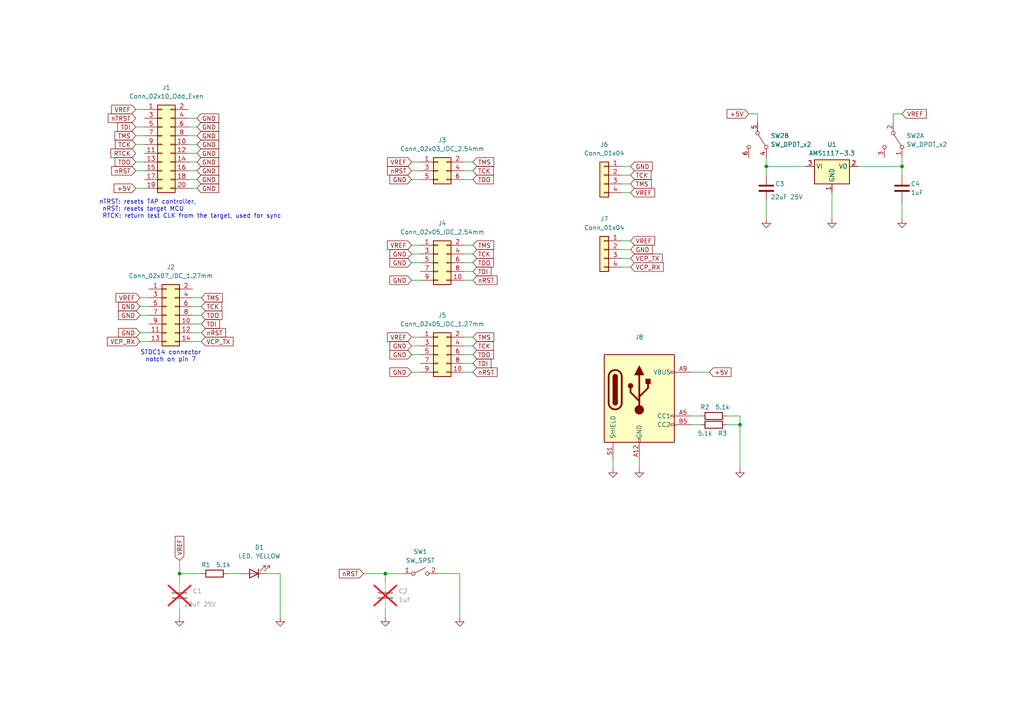
<source format=kicad_sch>
(kicad_sch (version 20231120) (generator "eeschema") (generator_version "8.0")
  (paper "A4")
  (title_block (date "2024-12-25"))
  (lib_symbols
    (symbol "Connector:USB_C_Receptacle_PowerOnly_6P" (pin_names (offset 1.016))
      (property "Reference" "J" (at 0 16.51 0))
      (property "Value" "USB_C_Receptacle_PowerOnly_6P" (at 0 13.97 0))
      (symbol "USB_C_Receptacle_PowerOnly_6P_0_0"
        (rectangle (start -0.254 -12.7) (end 0.254 -11.684))
        (rectangle (start 10.16 -7.366) (end 9.144 -7.874))
        (rectangle (start 10.16 -4.826) (end 9.144 -5.334))
        (rectangle (start 10.16 7.874) (end 9.144 7.366))
      )
      (symbol "USB_C_Receptacle_PowerOnly_6P_0_1"
        (rectangle (start -10.16 12.7) (end 10.16 -12.7) (stroke (width 0.254)) (fill (type background)))
        (arc (start -8.89 -1.27) (mid -6.985 -3.1667) (end -5.08 -1.27) (stroke (width 0.508)))
        (arc (start -7.62 -1.27) (mid -6.985 -1.9023) (end -6.35 -1.27) (stroke (width 0.254)))
        (arc (start -7.62 -1.27) (mid -6.985 -1.9023) (end -6.35 -1.27) (stroke (width 0.254)) (fill (type outline)))
        (rectangle (start -7.62 -1.27) (end -6.35 6.35) (stroke (width 0.254)) (fill (type outline)))
        (arc (start -6.35 6.35) (mid -6.985 6.9823) (end -7.62 6.35) (stroke (width 0.254)))
        (arc (start -6.35 6.35) (mid -6.985 6.9823) (end -7.62 6.35) (stroke (width 0.254)) (fill (type outline)))
        (arc (start -5.08 6.35) (mid -6.985 8.2467) (end -8.89 6.35) (stroke (width 0.508)))
        (circle (center -2.54 3.683) (radius 0.635) (stroke (width 0.254)) (fill (type outline)))
        (circle (center 0 -3.302) (radius 1.27) (fill (type outline)))
        (polyline (pts (xy -8.89 -1.27) (xy -8.89 6.35)) (stroke (width 0.508)))
        (polyline (pts (xy -5.08 6.35) (xy -5.08 -1.27)) (stroke (width 0.508)))
        (polyline (pts (xy 0 -3.302) (xy 0 6.858)) (stroke (width 0.508)))
        (polyline (pts (xy 0 -0.762) (xy -2.54 1.778) (xy -2.54 3.048)) (stroke (width 0.508)))
        (polyline (pts (xy 0 0.508) (xy 2.54 3.048) (xy 2.54 4.318)) (stroke (width 0.508)))
        (polyline (pts (xy -1.27 6.858) (xy 0 9.398) (xy 1.27 6.858) (xy -1.27 6.858)) (stroke (width 0.254)) (fill (type outline)))
        (rectangle (start 1.905 4.318) (end 3.175 5.588) (stroke (width 0.254)) (fill (type outline)))
      )
      (symbol "USB_C_Receptacle_PowerOnly_6P_1_1"
        (pin passive line (at 0 -17.78 90) (length 5.08) (name "GND") (number "A12"))
        (pin bidirectional line (at 15.24 -5.08 180) (length 5.08) (name "CC1") (number "A5"))
        (pin passive line (at 15.24 7.62 180) (length 5.08) (name "VBUS") (number "A9"))
        (pin passive line (at 0 -17.78 90) (length 5.08) hide (name "GND") (number "B12"))
        (pin bidirectional line (at 15.24 -7.62 180) (length 5.08) (name "CC2") (number "B5"))
        (pin passive line (at 15.24 7.62 180) (length 5.08) hide (name "VBUS") (number "B9"))
        (pin passive line (at -7.62 -17.78 90) (length 5.08) (name "SHIELD") (number "S1"))
      )
    )
    (symbol "Connector_Generic:Conn_01x04" (pin_names (offset 1.016) hide)
      (property "Reference" "J" (at 0 5.08 0))
      (property "Value" "Conn_01x04" (at 0 -7.62 0))
      (symbol "Conn_01x04_1_1"
        (rectangle (start -1.27 -4.953) (end 0 -5.207) (stroke (width 0.1524)))
        (rectangle (start -1.27 -2.413) (end 0 -2.667) (stroke (width 0.1524)))
        (rectangle (start -1.27 0.127) (end 0 -0.127) (stroke (width 0.1524)))
        (rectangle (start -1.27 2.667) (end 0 2.413) (stroke (width 0.1524)))
        (rectangle (start -1.27 3.81) (end 1.27 -6.35) (stroke (width 0.254)) (fill (type background)))
        (pin passive line (at -5.08 2.54 0) (length 3.81) (name "Pin_1") (number "1"))
        (pin passive line (at -5.08 0 0) (length 3.81) (name "Pin_2") (number "2"))
        (pin passive line (at -5.08 -2.54 0) (length 3.81) (name "Pin_3") (number "3"))
        (pin passive line (at -5.08 -5.08 0) (length 3.81) (name "Pin_4") (number "4"))
      )
    )
    (symbol "Connector_Generic:Conn_02x03_Odd_Even" (pin_names (offset 1.016) hide)
      (property "Reference" "J" (at 1.27 5.08 0))
      (property "Value" "Conn_02x03_Odd_Even" (at 1.27 -5.08 0))
      (symbol "Conn_02x03_Odd_Even_1_1"
        (rectangle (start -1.27 -2.413) (end 0 -2.667) (stroke (width 0.1524)))
        (rectangle (start -1.27 0.127) (end 0 -0.127) (stroke (width 0.1524)))
        (rectangle (start -1.27 2.667) (end 0 2.413) (stroke (width 0.1524)))
        (rectangle (start -1.27 3.81) (end 3.81 -3.81) (stroke (width 0.254)) (fill (type background)))
        (rectangle (start 3.81 -2.413) (end 2.54 -2.667) (stroke (width 0.1524)))
        (rectangle (start 3.81 0.127) (end 2.54 -0.127) (stroke (width 0.1524)))
        (rectangle (start 3.81 2.667) (end 2.54 2.413) (stroke (width 0.1524)))
        (pin passive line (at -5.08 2.54 0) (length 3.81) (name "Pin_1") (number "1"))
        (pin passive line (at 7.62 2.54 180) (length 3.81) (name "Pin_2") (number "2"))
        (pin passive line (at -5.08 0 0) (length 3.81) (name "Pin_3") (number "3"))
        (pin passive line (at 7.62 0 180) (length 3.81) (name "Pin_4") (number "4"))
        (pin passive line (at -5.08 -2.54 0) (length 3.81) (name "Pin_5") (number "5"))
        (pin passive line (at 7.62 -2.54 180) (length 3.81) (name "Pin_6") (number "6"))
      )
    )
    (symbol "Connector_Generic:Conn_02x05_Odd_Even" (pin_names (offset 1.016) hide)
      (property "Reference" "J" (at 1.27 7.62 0))
      (property "Value" "Conn_02x05_Odd_Even" (at 1.27 -7.62 0))
      (symbol "Conn_02x05_Odd_Even_1_1"
        (rectangle (start -1.27 -4.953) (end 0 -5.207) (stroke (width 0.1524)))
        (rectangle (start -1.27 -2.413) (end 0 -2.667) (stroke (width 0.1524)))
        (rectangle (start -1.27 0.127) (end 0 -0.127) (stroke (width 0.1524)))
        (rectangle (start -1.27 2.667) (end 0 2.413) (stroke (width 0.1524)))
        (rectangle (start -1.27 5.207) (end 0 4.953) (stroke (width 0.1524)))
        (rectangle (start -1.27 6.35) (end 3.81 -6.35) (stroke (width 0.254)) (fill (type background)))
        (rectangle (start 3.81 -4.953) (end 2.54 -5.207) (stroke (width 0.1524)))
        (rectangle (start 3.81 -2.413) (end 2.54 -2.667) (stroke (width 0.1524)))
        (rectangle (start 3.81 0.127) (end 2.54 -0.127) (stroke (width 0.1524)))
        (rectangle (start 3.81 2.667) (end 2.54 2.413) (stroke (width 0.1524)))
        (rectangle (start 3.81 5.207) (end 2.54 4.953) (stroke (width 0.1524)))
        (pin passive line (at -5.08 5.08 0) (length 3.81) (name "Pin_1") (number "1"))
        (pin passive line (at 7.62 -5.08 180) (length 3.81) (name "Pin_10") (number "10"))
        (pin passive line (at 7.62 5.08 180) (length 3.81) (name "Pin_2") (number "2"))
        (pin passive line (at -5.08 2.54 0) (length 3.81) (name "Pin_3") (number "3"))
        (pin passive line (at 7.62 2.54 180) (length 3.81) (name "Pin_4") (number "4"))
        (pin passive line (at -5.08 0 0) (length 3.81) (name "Pin_5") (number "5"))
        (pin passive line (at 7.62 0 180) (length 3.81) (name "Pin_6") (number "6"))
        (pin passive line (at -5.08 -2.54 0) (length 3.81) (name "Pin_7") (number "7"))
        (pin passive line (at 7.62 -2.54 180) (length 3.81) (name "Pin_8") (number "8"))
        (pin passive line (at -5.08 -5.08 0) (length 3.81) (name "Pin_9") (number "9"))
      )
    )
    (symbol "Connector_Generic:Conn_02x07_Odd_Even" (pin_names (offset 1.016) hide)
      (property "Reference" "J" (at 1.27 10.16 0))
      (property "Value" "Conn_02x07_Odd_Even" (at 1.27 -10.16 0))
      (symbol "Conn_02x07_Odd_Even_1_1"
        (rectangle (start -1.27 -7.493) (end 0 -7.747) (stroke (width 0.1524)))
        (rectangle (start -1.27 -4.953) (end 0 -5.207) (stroke (width 0.1524)))
        (rectangle (start -1.27 -2.413) (end 0 -2.667) (stroke (width 0.1524)))
        (rectangle (start -1.27 0.127) (end 0 -0.127) (stroke (width 0.1524)))
        (rectangle (start -1.27 2.667) (end 0 2.413) (stroke (width 0.1524)))
        (rectangle (start -1.27 5.207) (end 0 4.953) (stroke (width 0.1524)))
        (rectangle (start -1.27 7.747) (end 0 7.493) (stroke (width 0.1524)))
        (rectangle (start -1.27 8.89) (end 3.81 -8.89) (stroke (width 0.254)) (fill (type background)))
        (rectangle (start 3.81 -7.493) (end 2.54 -7.747) (stroke (width 0.1524)))
        (rectangle (start 3.81 -4.953) (end 2.54 -5.207) (stroke (width 0.1524)))
        (rectangle (start 3.81 -2.413) (end 2.54 -2.667) (stroke (width 0.1524)))
        (rectangle (start 3.81 0.127) (end 2.54 -0.127) (stroke (width 0.1524)))
        (rectangle (start 3.81 2.667) (end 2.54 2.413) (stroke (width 0.1524)))
        (rectangle (start 3.81 5.207) (end 2.54 4.953) (stroke (width 0.1524)))
        (rectangle (start 3.81 7.747) (end 2.54 7.493) (stroke (width 0.1524)))
        (pin passive line (at -5.08 7.62 0) (length 3.81) (name "Pin_1") (number "1"))
        (pin passive line (at 7.62 -2.54 180) (length 3.81) (name "Pin_10") (number "10"))
        (pin passive line (at -5.08 -5.08 0) (length 3.81) (name "Pin_11") (number "11"))
        (pin passive line (at 7.62 -5.08 180) (length 3.81) (name "Pin_12") (number "12"))
        (pin passive line (at -5.08 -7.62 0) (length 3.81) (name "Pin_13") (number "13"))
        (pin passive line (at 7.62 -7.62 180) (length 3.81) (name "Pin_14") (number "14"))
        (pin passive line (at 7.62 7.62 180) (length 3.81) (name "Pin_2") (number "2"))
        (pin passive line (at -5.08 5.08 0) (length 3.81) (name "Pin_3") (number "3"))
        (pin passive line (at 7.62 5.08 180) (length 3.81) (name "Pin_4") (number "4"))
        (pin passive line (at -5.08 2.54 0) (length 3.81) (name "Pin_5") (number "5"))
        (pin passive line (at 7.62 2.54 180) (length 3.81) (name "Pin_6") (number "6"))
        (pin passive line (at -5.08 0 0) (length 3.81) (name "Pin_7") (number "7"))
        (pin passive line (at 7.62 0 180) (length 3.81) (name "Pin_8") (number "8"))
        (pin passive line (at -5.08 -2.54 0) (length 3.81) (name "Pin_9") (number "9"))
      )
    )
    (symbol "Connector_Generic:Conn_02x10_Odd_Even" (pin_names (offset 1.016) hide)
      (property "Reference" "J" (at 1.27 12.7 0))
      (property "Value" "Conn_02x10_Odd_Even" (at 1.27 -15.24 0))
      (symbol "Conn_02x10_Odd_Even_1_1"
        (rectangle (start -1.27 -12.573) (end 0 -12.827) (stroke (width 0.1524)))
        (rectangle (start -1.27 -10.033) (end 0 -10.287) (stroke (width 0.1524)))
        (rectangle (start -1.27 -7.493) (end 0 -7.747) (stroke (width 0.1524)))
        (rectangle (start -1.27 -4.953) (end 0 -5.207) (stroke (width 0.1524)))
        (rectangle (start -1.27 -2.413) (end 0 -2.667) (stroke (width 0.1524)))
        (rectangle (start -1.27 0.127) (end 0 -0.127) (stroke (width 0.1524)))
        (rectangle (start -1.27 2.667) (end 0 2.413) (stroke (width 0.1524)))
        (rectangle (start -1.27 5.207) (end 0 4.953) (stroke (width 0.1524)))
        (rectangle (start -1.27 7.747) (end 0 7.493) (stroke (width 0.1524)))
        (rectangle (start -1.27 10.287) (end 0 10.033) (stroke (width 0.1524)))
        (rectangle (start -1.27 11.43) (end 3.81 -13.97) (stroke (width 0.254)) (fill (type background)))
        (rectangle (start 3.81 -12.573) (end 2.54 -12.827) (stroke (width 0.1524)))
        (rectangle (start 3.81 -10.033) (end 2.54 -10.287) (stroke (width 0.1524)))
        (rectangle (start 3.81 -7.493) (end 2.54 -7.747) (stroke (width 0.1524)))
        (rectangle (start 3.81 -4.953) (end 2.54 -5.207) (stroke (width 0.1524)))
        (rectangle (start 3.81 -2.413) (end 2.54 -2.667) (stroke (width 0.1524)))
        (rectangle (start 3.81 0.127) (end 2.54 -0.127) (stroke (width 0.1524)))
        (rectangle (start 3.81 2.667) (end 2.54 2.413) (stroke (width 0.1524)))
        (rectangle (start 3.81 5.207) (end 2.54 4.953) (stroke (width 0.1524)))
        (rectangle (start 3.81 7.747) (end 2.54 7.493) (stroke (width 0.1524)))
        (rectangle (start 3.81 10.287) (end 2.54 10.033) (stroke (width 0.1524)))
        (pin passive line (at -5.08 10.16 0) (length 3.81) (name "Pin_1") (number "1"))
        (pin passive line (at 7.62 0 180) (length 3.81) (name "Pin_10") (number "10"))
        (pin passive line (at -5.08 -2.54 0) (length 3.81) (name "Pin_11") (number "11"))
        (pin passive line (at 7.62 -2.54 180) (length 3.81) (name "Pin_12") (number "12"))
        (pin passive line (at -5.08 -5.08 0) (length 3.81) (name "Pin_13") (number "13"))
        (pin passive line (at 7.62 -5.08 180) (length 3.81) (name "Pin_14") (number "14"))
        (pin passive line (at -5.08 -7.62 0) (length 3.81) (name "Pin_15") (number "15"))
        (pin passive line (at 7.62 -7.62 180) (length 3.81) (name "Pin_16") (number "16"))
        (pin passive line (at -5.08 -10.16 0) (length 3.81) (name "Pin_17") (number "17"))
        (pin passive line (at 7.62 -10.16 180) (length 3.81) (name "Pin_18") (number "18"))
        (pin passive line (at -5.08 -12.7 0) (length 3.81) (name "Pin_19") (number "19"))
        (pin passive line (at 7.62 10.16 180) (length 3.81) (name "Pin_2") (number "2"))
        (pin passive line (at 7.62 -12.7 180) (length 3.81) (name "Pin_20") (number "20"))
        (pin passive line (at -5.08 7.62 0) (length 3.81) (name "Pin_3") (number "3"))
        (pin passive line (at 7.62 7.62 180) (length 3.81) (name "Pin_4") (number "4"))
        (pin passive line (at -5.08 5.08 0) (length 3.81) (name "Pin_5") (number "5"))
        (pin passive line (at 7.62 5.08 180) (length 3.81) (name "Pin_6") (number "6"))
        (pin passive line (at -5.08 2.54 0) (length 3.81) (name "Pin_7") (number "7"))
        (pin passive line (at 7.62 2.54 180) (length 3.81) (name "Pin_8") (number "8"))
        (pin passive line (at -5.08 0 0) (length 3.81) (name "Pin_9") (number "9"))
      )
    )
    (symbol "Device:C" (pin_numbers hide) (pin_names (offset 0.254))
      (property "Reference" "C" (at 0.635 2.54 0))
      (property "Value" "C" (at 0.635 -2.54 0))
      (symbol "C_0_1"
        (polyline (pts (xy -2.032 -0.762) (xy 2.032 -0.762)) (stroke (width 0.508)))
        (polyline (pts (xy -2.032 0.762) (xy 2.032 0.762)) (stroke (width 0.508)))
      )
      (symbol "C_1_1"
        (pin passive line (at 0 3.81 270) (length 2.794) (name "~") (number "1"))
        (pin passive line (at 0 -3.81 90) (length 2.794) (name "~") (number "2"))
      )
    )
    (symbol "Device:LED" (pin_numbers hide) (pin_names (offset 1.016) hide)
      (property "Reference" "D" (at 0 2.54 0))
      (property "Value" "LED" (at 0 -2.54 0))
      (symbol "LED_0_1"
        (polyline (pts (xy -1.27 -1.27) (xy -1.27 1.27)) (stroke (width 0.254)))
        (polyline (pts (xy -1.27 0) (xy 1.27 0)))
        (polyline (pts (xy 1.27 -1.27) (xy 1.27 1.27) (xy -1.27 0) (xy 1.27 -1.27)) (stroke (width 0.254)))
        (polyline (pts (xy -3.048 -0.762) (xy -4.572 -2.286) (xy -3.81 -2.286) (xy -4.572 -2.286) (xy -4.572 -1.524)))
        (polyline (pts (xy -1.778 -0.762) (xy -3.302 -2.286) (xy -2.54 -2.286) (xy -3.302 -2.286) (xy -3.302 -1.524)))
      )
      (symbol "LED_1_1"
        (pin passive line (at -3.81 0 0) (length 2.54) (name "K") (number "1"))
        (pin passive line (at 3.81 0 180) (length 2.54) (name "A") (number "2"))
      )
    )
    (symbol "Device:R" (pin_numbers hide) (pin_names (offset 0))
      (property "Reference" "R" (at 2.032 0 90))
      (property "Value" "R" (at 0 0 90))
      (symbol "R_0_1"
        (rectangle (start -1.016 -2.54) (end 1.016 2.54) (stroke (width 0.254)))
      )
      (symbol "R_1_1"
        (pin passive line (at 0 3.81 270) (length 1.27) (name "~") (number "1"))
        (pin passive line (at 0 -3.81 90) (length 1.27) (name "~") (number "2"))
      )
    )
    (symbol "Regulator_Linear:AMS1117-3.3"
      (property "Reference" "U" (at -3.81 3.175 0))
      (property "Value" "AMS1117-3.3" (at 0 3.175 0))
      (symbol "AMS1117-3.3_0_1"
        (rectangle (start -5.08 -5.08) (end 5.08 1.905) (stroke (width 0.254)) (fill (type background)))
      )
      (symbol "AMS1117-3.3_1_1"
        (pin power_in line (at 0 -7.62 90) (length 2.54) (name "GND") (number "1"))
        (pin power_out line (at 7.62 0 180) (length 2.54) (name "VO") (number "2"))
        (pin power_in line (at -7.62 0 0) (length 2.54) (name "VI") (number "3"))
      )
    )
    (symbol "Switch:SW_DPDT_x2" (pin_names (offset 0) hide)
      (property "Reference" "SW" (at 0 4.318 0))
      (property "Value" "SW_DPDT_x2" (at 0 -5.08 0))
      (symbol "SW_DPDT_x2_0_0"
        (circle (center -2.032 0) (radius 0.508))
        (circle (center 2.032 -2.54) (radius 0.508))
      )
      (symbol "SW_DPDT_x2_0_1"
        (polyline (pts (xy -1.524 0.254) (xy 1.651 2.286)))
        (circle (center 2.032 2.54) (radius 0.508))
      )
      (symbol "SW_DPDT_x2_1_1"
        (pin passive line (at 5.08 2.54 180) (length 2.54) (name "A") (number "1"))
        (pin passive line (at -5.08 0 0) (length 2.54) (name "B") (number "2"))
        (pin passive line (at 5.08 -2.54 180) (length 2.54) (name "C") (number "3"))
      )
      (symbol "SW_DPDT_x2_2_1"
        (pin passive line (at 5.08 2.54 180) (length 2.54) (name "A") (number "4"))
        (pin passive line (at -5.08 0 0) (length 2.54) (name "B") (number "5"))
        (pin passive line (at 5.08 -2.54 180) (length 2.54) (name "C") (number "6"))
      )
    )
    (symbol "Switch:SW_SPST" (pin_names (offset 0) hide)
      (property "Reference" "SW" (at 0 3.175 0))
      (property "Value" "SW_SPST" (at 0 -2.54 0))
      (symbol "SW_SPST_0_0"
        (circle (center -2.032 0) (radius 0.508))
        (polyline (pts (xy -1.524 0.254) (xy 1.524 1.778)))
        (circle (center 2.032 0) (radius 0.508))
      )
      (symbol "SW_SPST_1_1"
        (pin passive line (at -5.08 0 0) (length 2.54) (name "A") (number "1"))
        (pin passive line (at 5.08 0 180) (length 2.54) (name "B") (number "2"))
      )
    )
    (symbol "power:GND" (power) (pin_names (offset 0))
      (property "Value" "GND" (at 0 -3.81 0))
      (symbol "GND_0_1"
        (polyline (pts (xy 0 0) (xy 0 -1.27) (xy 1.27 -1.27) (xy 0 -2.54) (xy -1.27 -1.27) (xy 0 -1.27)))
      )
      (symbol "GND_1_1"
        (pin power_in line (at 0 0 270) (length 0) hide (name "GND") (number "1"))
      )
    )
  )
  (junction (at 261.62 48.26))
  (junction (at 214.63 123.19))
  (junction (at 52.07 166.37))
  (junction (at 111.76 166.37))
  (junction (at 222.25 48.26))
  (wire (pts (xy 137.16 49.53) (xy 134.62 49.53)))
  (wire (pts (xy 203.2 120.65) (xy 200.66 120.65)))
  (wire (pts (xy 39.37 49.53) (xy 41.91 49.53)))
  (wire (pts (xy 137.16 76.2) (xy 134.62 76.2)))
  (wire (pts (xy 222.25 48.26) (xy 222.25 45.72)))
  (wire (pts (xy 217.17 33.02) (xy 219.71 33.02)))
  (wire (pts (xy 119.38 107.95) (xy 121.92 107.95)))
  (wire (pts (xy 261.62 33.02) (xy 259.08 33.02)))
  (wire (pts (xy 77.47 166.37) (xy 81.28 166.37)))
  (wire (pts (xy 261.62 58.42) (xy 261.62 63.5)))
  (wire (pts (xy 182.88 53.34) (xy 180.34 53.34)))
  (wire (pts (xy 137.16 105.41) (xy 134.62 105.41)))
  (wire (pts (xy 52.07 162.56) (xy 52.07 166.37)))
  (wire (pts (xy 81.28 166.37) (xy 81.28 179.07)))
  (wire (pts (xy 182.88 72.39) (xy 180.34 72.39)))
  (wire (pts (xy 182.88 74.93) (xy 180.34 74.93)))
  (wire (pts (xy 261.62 48.26) (xy 261.62 45.72)))
  (wire (pts (xy 259.08 33.02) (xy 259.08 35.56)))
  (wire (pts (xy 137.16 73.66) (xy 134.62 73.66)))
  (wire (pts (xy 39.37 36.83) (xy 41.91 36.83)))
  (wire (pts (xy 137.16 81.28) (xy 134.62 81.28)))
  (wire (pts (xy 40.64 88.9) (xy 43.18 88.9)))
  (wire (pts (xy 137.16 78.74) (xy 134.62 78.74)))
  (wire (pts (xy 219.71 33.02) (xy 219.71 35.56)))
  (wire (pts (xy 111.76 176.53) (xy 111.76 179.07)))
  (wire (pts (xy 119.38 81.28) (xy 121.92 81.28)))
  (wire (pts (xy 57.15 54.61) (xy 54.61 54.61)))
  (wire (pts (xy 52.07 166.37) (xy 52.07 168.91)))
  (wire (pts (xy 39.37 39.37) (xy 41.91 39.37)))
  (wire (pts (xy 66.04 166.37) (xy 69.85 166.37)))
  (wire (pts (xy 214.63 123.19) (xy 214.63 135.89)))
  (wire (pts (xy 119.38 76.2) (xy 121.92 76.2)))
  (wire (pts (xy 133.35 166.37) (xy 133.35 179.07)))
  (wire (pts (xy 119.38 102.87) (xy 121.92 102.87)))
  (wire (pts (xy 137.16 100.33) (xy 134.62 100.33)))
  (wire (pts (xy 119.38 100.33) (xy 121.92 100.33)))
  (wire (pts (xy 182.88 55.88) (xy 180.34 55.88)))
  (wire (pts (xy 57.15 41.91) (xy 54.61 41.91)))
  (wire (pts (xy 203.2 123.19) (xy 200.66 123.19)))
  (wire (pts (xy 58.42 96.52) (xy 55.88 96.52)))
  (wire (pts (xy 111.76 166.37) (xy 116.84 166.37)))
  (wire (pts (xy 40.64 99.06) (xy 43.18 99.06)))
  (wire (pts (xy 119.38 97.79) (xy 121.92 97.79)))
  (wire (pts (xy 39.37 31.75) (xy 41.91 31.75)))
  (wire (pts (xy 261.62 48.26) (xy 261.62 50.8)))
  (wire (pts (xy 57.15 46.99) (xy 54.61 46.99)))
  (wire (pts (xy 40.64 86.36) (xy 43.18 86.36)))
  (wire (pts (xy 39.37 46.99) (xy 41.91 46.99)))
  (wire (pts (xy 137.16 97.79) (xy 134.62 97.79)))
  (wire (pts (xy 177.8 135.89) (xy 177.8 133.35)))
  (wire (pts (xy 182.88 50.8) (xy 180.34 50.8)))
  (wire (pts (xy 119.38 52.07) (xy 121.92 52.07)))
  (wire (pts (xy 52.07 176.53) (xy 52.07 179.07)))
  (wire (pts (xy 52.07 166.37) (xy 58.42 166.37)))
  (wire (pts (xy 111.76 166.37) (xy 111.76 168.91)))
  (wire (pts (xy 222.25 58.42) (xy 222.25 63.5)))
  (wire (pts (xy 57.15 39.37) (xy 54.61 39.37)))
  (wire (pts (xy 137.16 46.99) (xy 134.62 46.99)))
  (wire (pts (xy 39.37 54.61) (xy 41.91 54.61)))
  (wire (pts (xy 137.16 102.87) (xy 134.62 102.87)))
  (wire (pts (xy 182.88 77.47) (xy 180.34 77.47)))
  (wire (pts (xy 57.15 49.53) (xy 54.61 49.53)))
  (wire (pts (xy 214.63 120.65) (xy 214.63 123.19)))
  (wire (pts (xy 182.88 48.26) (xy 180.34 48.26)))
  (wire (pts (xy 210.82 123.19) (xy 214.63 123.19)))
  (wire (pts (xy 57.15 36.83) (xy 54.61 36.83)))
  (wire (pts (xy 119.38 73.66) (xy 121.92 73.66)))
  (wire (pts (xy 119.38 49.53) (xy 121.92 49.53)))
  (wire (pts (xy 137.16 71.12) (xy 134.62 71.12)))
  (wire (pts (xy 40.64 91.44) (xy 43.18 91.44)))
  (wire (pts (xy 222.25 48.26) (xy 233.68 48.26)))
  (wire (pts (xy 185.42 135.89) (xy 185.42 133.35)))
  (wire (pts (xy 205.74 107.95) (xy 200.66 107.95)))
  (wire (pts (xy 58.42 99.06) (xy 55.88 99.06)))
  (wire (pts (xy 58.42 93.98) (xy 55.88 93.98)))
  (wire (pts (xy 58.42 86.36) (xy 55.88 86.36)))
  (wire (pts (xy 119.38 46.99) (xy 121.92 46.99)))
  (wire (pts (xy 222.25 48.26) (xy 222.25 50.8)))
  (wire (pts (xy 127 166.37) (xy 133.35 166.37)))
  (wire (pts (xy 210.82 120.65) (xy 214.63 120.65)))
  (wire (pts (xy 241.3 55.88) (xy 241.3 63.5)))
  (wire (pts (xy 248.92 48.26) (xy 261.62 48.26)))
  (wire (pts (xy 119.38 71.12) (xy 121.92 71.12)))
  (wire (pts (xy 57.15 34.29) (xy 54.61 34.29)))
  (wire (pts (xy 137.16 52.07) (xy 134.62 52.07)))
  (wire (pts (xy 182.88 69.85) (xy 180.34 69.85)))
  (wire (pts (xy 58.42 88.9) (xy 55.88 88.9)))
  (wire (pts (xy 105.41 166.37) (xy 111.76 166.37)))
  (wire (pts (xy 40.64 96.52) (xy 43.18 96.52)))
  (wire (pts (xy 57.15 44.45) (xy 54.61 44.45)))
  (wire (pts (xy 137.16 107.95) (xy 134.62 107.95)))
  (wire (pts (xy 58.42 91.44) (xy 55.88 91.44)))
  (wire (pts (xy 57.15 52.07) (xy 54.61 52.07)))
  (wire (pts (xy 39.37 41.91) (xy 41.91 41.91)))
  (text "nTRST: resets TAP controller,\n nRST: resets target MCU\n RTCK: return test CLK from the target, used for sync" (at 28.702 60.706 0) (effects (font (size 1.27 1.27)) (justify left)))
  (text "STDC14 connector\nnotch on pin 7" (at 49.53 101.6 0) (effects (font (size 1.27 1.27)) (justify top)))
  (global_label "TCK" (shape input) (at 137.16 73.66 0) (property "Intersheetrefs" "${INTERSHEET_REFS}" (effects (hide yes))))
  (global_label "GND" (shape input) (at 57.15 54.61 0) (property "Intersheetrefs" "${INTERSHEET_REFS}" (effects (hide yes))))
  (global_label "GND" (shape input) (at 57.15 41.91 0) (property "Intersheetrefs" "${INTERSHEET_REFS}" (effects (hide yes))))
  (global_label "TCK" (shape input) (at 58.42 88.9 0) (property "Intersheetrefs" "${INTERSHEET_REFS}" (effects (hide yes))))
  (global_label "nRST" (shape input) (at 105.41 166.37 180) (property "Intersheetrefs" "${INTERSHEET_REFS}" (effects (hide yes))))
  (global_label "TDI" (shape input) (at 137.16 78.74 0) (property "Intersheetrefs" "${INTERSHEET_REFS}" (effects (hide yes))))
  (global_label "TMS" (shape input) (at 137.16 97.79 0) (property "Intersheetrefs" "${INTERSHEET_REFS}" (effects (hide yes))))
  (global_label "+5V" (shape input) (at 217.17 33.02 180) (property "Intersheetrefs" "${INTERSHEET_REFS}" (effects (hide yes))))
  (global_label "TCK" (shape input) (at 182.88 50.8 0) (property "Intersheetrefs" "${INTERSHEET_REFS}" (effects (hide yes))))
  (global_label "GND" (shape input) (at 119.38 81.28 180) (property "Intersheetrefs" "${INTERSHEET_REFS}" (effects (hide yes))))
  (global_label "TDO" (shape input) (at 137.16 102.87 0) (property "Intersheetrefs" "${INTERSHEET_REFS}" (effects (hide yes))))
  (global_label "nRST" (shape input) (at 119.38 49.53 180) (property "Intersheetrefs" "${INTERSHEET_REFS}" (effects (hide yes))))
  (global_label "TDO" (shape input) (at 137.16 52.07 0) (property "Intersheetrefs" "${INTERSHEET_REFS}" (effects (hide yes))))
  (global_label "nRST" (shape input) (at 39.37 49.53 180) (property "Intersheetrefs" "${INTERSHEET_REFS}" (effects (hide yes))))
  (global_label "GND" (shape input) (at 40.64 88.9 180) (property "Intersheetrefs" "${INTERSHEET_REFS}" (effects (hide yes))))
  (global_label "TCK" (shape input) (at 39.37 41.91 180) (property "Intersheetrefs" "${INTERSHEET_REFS}" (effects (hide yes))))
  (global_label "nRST" (shape input) (at 137.16 107.95 0) (property "Intersheetrefs" "${INTERSHEET_REFS}" (effects (hide yes))))
  (global_label "+5V" (shape input) (at 205.74 107.95 0) (property "Intersheetrefs" "${INTERSHEET_REFS}" (effects (hide yes))))
  (global_label "VREF" (shape input) (at 39.37 31.75 180) (property "Intersheetrefs" "${INTERSHEET_REFS}" (effects (hide yes))))
  (global_label "TMS" (shape input) (at 39.37 39.37 180) (property "Intersheetrefs" "${INTERSHEET_REFS}" (effects (hide yes))))
  (global_label "TDI" (shape input) (at 137.16 105.41 0) (property "Intersheetrefs" "${INTERSHEET_REFS}" (effects (hide yes))))
  (global_label "GND" (shape input) (at 119.38 102.87 180) (property "Intersheetrefs" "${INTERSHEET_REFS}" (effects (hide yes))))
  (global_label "TCK" (shape input) (at 137.16 49.53 0) (property "Intersheetrefs" "${INTERSHEET_REFS}" (effects (hide yes))))
  (global_label "GND" (shape input) (at 57.15 49.53 0) (property "Intersheetrefs" "${INTERSHEET_REFS}" (effects (hide yes))))
  (global_label "TMS" (shape input) (at 137.16 71.12 0) (property "Intersheetrefs" "${INTERSHEET_REFS}" (effects (hide yes))))
  (global_label "VREF" (shape input) (at 182.88 55.88 0) (property "Intersheetrefs" "${INTERSHEET_REFS}" (effects (hide yes))))
  (global_label "GND" (shape input) (at 40.64 96.52 180) (property "Intersheetrefs" "${INTERSHEET_REFS}" (effects (hide yes))))
  (global_label "GND" (shape input) (at 57.15 44.45 0) (property "Intersheetrefs" "${INTERSHEET_REFS}" (effects (hide yes))))
  (global_label "GND" (shape input) (at 57.15 46.99 0) (property "Intersheetrefs" "${INTERSHEET_REFS}" (effects (hide yes))))
  (global_label "GND" (shape input) (at 119.38 76.2 180) (property "Intersheetrefs" "${INTERSHEET_REFS}" (effects (hide yes))))
  (global_label "VREF" (shape input) (at 119.38 71.12 180) (property "Intersheetrefs" "${INTERSHEET_REFS}" (effects (hide yes))))
  (global_label "GND" (shape input) (at 40.64 91.44 180) (property "Intersheetrefs" "${INTERSHEET_REFS}" (effects (hide yes))))
  (global_label "VREF" (shape input) (at 40.64 86.36 180) (property "Intersheetrefs" "${INTERSHEET_REFS}" (effects (hide yes))))
  (global_label "VREF" (shape input) (at 119.38 97.79 180) (property "Intersheetrefs" "${INTERSHEET_REFS}" (effects (hide yes))))
  (global_label "nRST" (shape input) (at 58.42 96.52 0) (property "Intersheetrefs" "${INTERSHEET_REFS}" (effects (hide yes))))
  (global_label "GND" (shape input) (at 119.38 52.07 180) (property "Intersheetrefs" "${INTERSHEET_REFS}" (effects (hide yes))))
  (global_label "TMS" (shape input) (at 58.42 86.36 0) (property "Intersheetrefs" "${INTERSHEET_REFS}" (effects (hide yes))))
  (global_label "GND" (shape input) (at 57.15 34.29 0) (property "Intersheetrefs" "${INTERSHEET_REFS}" (effects (hide yes))))
  (global_label "TDO" (shape input) (at 137.16 76.2 0) (property "Intersheetrefs" "${INTERSHEET_REFS}" (effects (hide yes))))
  (global_label "VREF" (shape input) (at 182.88 69.85 0) (property "Intersheetrefs" "${INTERSHEET_REFS}" (effects (hide yes))))
  (global_label "TMS" (shape input) (at 137.16 46.99 0) (property "Intersheetrefs" "${INTERSHEET_REFS}" (effects (hide yes))))
  (global_label "GND" (shape input) (at 57.15 36.83 0) (property "Intersheetrefs" "${INTERSHEET_REFS}" (effects (hide yes))))
  (global_label "GND" (shape input) (at 57.15 39.37 0) (property "Intersheetrefs" "${INTERSHEET_REFS}" (effects (hide yes))))
  (global_label "GND" (shape input) (at 57.15 52.07 0) (property "Intersheetrefs" "${INTERSHEET_REFS}" (effects (hide yes))))
  (global_label "TMS" (shape input) (at 182.88 53.34 0) (property "Intersheetrefs" "${INTERSHEET_REFS}" (effects (hide yes))))
  (global_label "nRST" (shape input) (at 137.16 81.28 0) (property "Intersheetrefs" "${INTERSHEET_REFS}" (effects (hide yes))))
  (global_label "RTCK" (shape input) (at 39.37 44.45 180) (property "Intersheetrefs" "${INTERSHEET_REFS}" (effects (hide yes))))
  (global_label "nTRST" (shape input) (at 39.37 34.29 180) (property "Intersheetrefs" "${INTERSHEET_REFS}" (effects (hide yes))))
  (global_label "VCP_RX" (shape input) (at 40.64 99.06 180) (property "Intersheetrefs" "${INTERSHEET_REFS}" (effects (hide yes))))
  (global_label "TDI" (shape input) (at 39.37 36.83 180) (property "Intersheetrefs" "${INTERSHEET_REFS}" (effects (hide yes))))
  (global_label "TDO" (shape input) (at 58.42 91.44 0) (property "Intersheetrefs" "${INTERSHEET_REFS}" (effects (hide yes))))
  (global_label "VREF" (shape input) (at 52.07 162.56 90) (property "Intersheetrefs" "${INTERSHEET_REFS}" (effects (hide yes))))
  (global_label "GND" (shape input) (at 182.88 72.39 0) (property "Intersheetrefs" "${INTERSHEET_REFS}" (effects (hide yes))))
  (global_label "GND" (shape input) (at 182.88 48.26 0) (property "Intersheetrefs" "${INTERSHEET_REFS}" (effects (hide yes))))
  (global_label "VCP_TX" (shape input) (at 182.88 74.93 0) (property "Intersheetrefs" "${INTERSHEET_REFS}" (effects (hide yes))))
  (global_label "TDO" (shape input) (at 39.37 46.99 180) (property "Intersheetrefs" "${INTERSHEET_REFS}" (effects (hide yes))))
  (global_label "TDI" (shape input) (at 58.42 93.98 0) (property "Intersheetrefs" "${INTERSHEET_REFS}" (effects (hide yes))))
  (global_label "VCP_TX" (shape input) (at 58.42 99.06 0) (property "Intersheetrefs" "${INTERSHEET_REFS}" (effects (hide yes))))
  (global_label "VREF" (shape input) (at 119.38 46.99 180) (property "Intersheetrefs" "${INTERSHEET_REFS}" (effects (hide yes))))
  (global_label "VCP_RX" (shape input) (at 182.88 77.47 0) (property "Intersheetrefs" "${INTERSHEET_REFS}" (effects (hide yes))))
  (global_label "TCK" (shape input) (at 137.16 100.33 0) (property "Intersheetrefs" "${INTERSHEET_REFS}" (effects (hide yes))))
  (global_label "VREF" (shape input) (at 261.62 33.02 0) (property "Intersheetrefs" "${INTERSHEET_REFS}" (effects (hide yes))))
  (global_label "GND" (shape input) (at 119.38 100.33 180) (property "Intersheetrefs" "${INTERSHEET_REFS}" (effects (hide yes))))
  (global_label "+5V" (shape input) (at 39.37 54.61 180) (property "Intersheetrefs" "${INTERSHEET_REFS}" (effects (hide yes))))
  (global_label "GND" (shape input) (at 119.38 107.95 180) (property "Intersheetrefs" "${INTERSHEET_REFS}" (effects (hide yes))))
  (global_label "GND" (shape input) (at 119.38 73.66 180) (property "Intersheetrefs" "${INTERSHEET_REFS}" (effects (hide yes))))
  (symbol (lib_id "Device:LED") (at 73.66 166.37 180) (unit 1)
    (property "Reference" "D1" (at 75.2475 158.75 0))
    (property "Value" "LED, YELLOW" (at 75.2475 161.29 0))
    (property "Footprint" "LED_SMD:LED_0603_1608Metric" (effects (hide yes)))
    (property "LCSC" "C72038" (effects (hide yes)))
  )
  (symbol (lib_id "Device:C") (at 52.07 172.72 0) (unit 1) (dnp yes)
    (property "Reference" "C1" (at 55.88 171.45 0) (effects (justify left)))
    (property "Value" "22uF 25V" (at 53.34 175.26 0) (effects (justify left)))
    (property "Footprint" "Capacitor_SMD:C_0805_2012Metric" (effects (hide yes)))
    (property "LCSC" "C45783" (effects (hide yes)))
  )
  (symbol (lib_id "power:GND") (at 241.3 63.5 0) (unit 1)
    (property "Reference" "#PWR08" (effects (hide yes)))
    (property "Value" "GND" (effects (hide yes)))
  )
  (symbol (lib_id "Connector_Generic:Conn_02x10_Odd_Even") (at 46.99 41.91 0) (unit 1)
    (property "Reference" "J1" (at 48.26 25.4 0))
    (property "Value" "Conn_02x10_Odd_Even" (at 48.26 27.94 0))
    (property "Footprint" "kihun-Connectors:2X10-2.54MM-END-LAUNCH" (effects (hide yes)))
    (property "Description" "IDC DIP header, female, 2x10, 2.54mm" (effects (hide yes)))
    (property "Link-DigiKey" "https://www.digikey.com/short/573p2p8c" (effects (hide yes)))
    (property "Link-Mouser" "https://mou.sr/3DpPb6H" (effects (hide yes)))
    (property "LCSC-notab" "C92266" (effects (hide yes)))
    (property "LCSC-nostock" "C721796" (effects (hide yes)))
  )
  (symbol (lib_id "power:GND") (at 214.63 135.89 0) (unit 1)
    (property "Reference" "#PWR07" (effects (hide yes)))
    (property "Value" "GND" (effects (hide yes)))
  )
  (symbol (lib_id "power:GND") (at 261.62 63.5 0) (unit 1)
    (property "Reference" "#PWR09" (effects (hide yes)))
    (property "Value" "GND" (effects (hide yes)))
  )
  (symbol (lib_id "Device:C") (at 261.62 54.61 0) (unit 1)
    (property "Reference" "C4" (at 264.16 53.34 0) (effects (justify left)))
    (property "Value" "1uF" (at 264.16 55.88 0) (effects (justify left)))
    (property "Footprint" "Capacitor_SMD:C_0402_1005Metric" (effects (hide yes)))
    (property "LCSC" "C52923" (effects (hide yes)))
  )
  (symbol (lib_id "Connector_Generic:Conn_02x05_Odd_Even") (at 127 76.2 0) (unit 1)
    (property "Reference" "J4" (at 128.27 64.77 0))
    (property "Value" "Conn_02x05_IDC_2.54mm" (at 128.27 67.31 0))
    (property "Footprint" "Connector_IDC:IDC-Header_2x05_P2.54mm_Vertical" (effects (hide yes)))
    (property "Description" "Generic connector, double row, 02x05, odd/even pin numbering scheme (row 1 odd numbers, row 2 even numbers), script generated (kicad-library-utils/schlib/autogen/connector/)" (effects (hide yes)))
    (property "LCSC" "C5665" (effects (hide yes)))
  )
  (symbol (lib_id "Device:C") (at 111.76 172.72 0) (unit 1) (dnp yes)
    (property "Reference" "C2" (at 115.57 171.45 0) (effects (justify left)))
    (property "Value" "1uF" (at 115.57 173.99 0) (effects (justify left)))
    (property "Footprint" "Capacitor_SMD:C_0402_1005Metric" (effects (hide yes)))
    (property "LCSC" "C52923" (effects (hide yes)))
  )
  (symbol (lib_id "power:GND") (at 185.42 135.89 0) (unit 1)
    (property "Reference" "#PWR06" (effects (hide yes)))
    (property "Value" "GND" (effects (hide yes)))
  )
  (symbol (lib_id "Device:R") (at 62.23 166.37 90) (unit 1)
    (property "Reference" "R1" (at 59.69 163.83 90))
    (property "Value" "5.1k" (at 64.77 163.83 90))
    (property "Footprint" "Resistor_SMD:R_0402_1005Metric" (effects (hide yes)))
    (property "LCSC" "C25905" (effects (hide yes)))
  )
  (symbol (lib_id "power:GND") (at 81.28 179.07 0) (unit 1)
    (property "Reference" "#PWR02" (effects (hide yes)))
    (property "Value" "GND" (effects (hide yes)))
  )
  (symbol (lib_id "Device:C") (at 222.25 54.61 0) (unit 1)
    (property "Reference" "C3" (at 224.79 53.34 0) (effects (justify left)))
    (property "Value" "22uF 25V" (at 223.52 57.15 0) (effects (justify left)))
    (property "Footprint" "Capacitor_SMD:C_0805_2012Metric" (effects (hide yes)))
    (property "LCSC" "C45783" (effects (hide yes)))
  )
  (symbol (lib_id "power:GND") (at 133.35 179.07 0) (unit 1)
    (property "Reference" "#PWR04" (effects (hide yes)))
    (property "Value" "GND" (effects (hide yes)))
  )
  (symbol (lib_id "Connector_Generic:Conn_02x07_Odd_Even") (at 48.26 91.44 0) (unit 1)
    (property "Reference" "J2" (at 49.53 77.47 0))
    (property "Value" "Conn_02x07_IDC_1.27mm" (at 49.53 80.01 0))
    (property "Footprint" "Connector_PinHeader_1.27mm:PinHeader_2x07_P1.27mm_Vertical" (effects (hide yes)))
    (property "Description" "Generic connector, double row, 02x07, odd/even pin numbering scheme (row 1 odd numbers, row 2 even numbers), script generated (kicad-library-utils/schlib/autogen/connector/)" (effects (hide yes)))
    (property "LCSC" "C2935955" (effects (hide yes)))
    (property "LCSC_ALT" "https://www.devicemart.co.kr/goods/view?no=10883472" (effects (hide yes)))
  )
  (symbol (lib_id "Device:R") (at 207.01 120.65 90) (unit 1)
    (property "Reference" "R2" (at 204.47 118.11 90))
    (property "Value" "5.1k" (at 209.55 118.11 90))
    (property "Footprint" "Resistor_SMD:R_0402_1005Metric" (effects (hide yes)))
    (property "LCSC" "C25905" (effects (hide yes)))
  )
  (symbol (lib_id "Regulator_Linear:AMS1117-3.3") (at 241.3 48.26 0) (unit 1)
    (property "Reference" "U1" (at 241.3 41.91 0))
    (property "Value" "AMS1117-3.3" (at 241.3 44.45 0))
    (property "Footprint" "Package_TO_SOT_SMD:SOT-89-3" (effects (hide yes)))
    (property "Datasheet" "http://www.advanced-monolithic.com/pdf/ds1117.pdf" (effects (hide yes)))
    (property "Description" "1A Low Dropout regulator, positive, 3.3V fixed output, SOT-223" (effects (hide yes)))
    (property "LCSC" "C5120796" (effects (hide yes)))
  )
  (symbol (lib_id "Device:R") (at 207.01 123.19 270) (unit 1)
    (property "Reference" "R3" (at 209.55 125.73 90))
    (property "Value" "5.1k" (at 204.47 125.73 90))
    (property "Footprint" "Resistor_SMD:R_0402_1005Metric" (effects (hide yes)))
    (property "LCSC" "C25905" (effects (hide yes)))
  )
  (symbol (lib_id "Switch:SW_SPST") (at 121.92 166.37 0) (unit 1)
    (property "Reference" "SW1" (at 121.92 160.02 0))
    (property "Value" "SW_SPST" (at 121.92 162.56 0))
    (property "Footprint" "kihun_KiCAD:SW_Push_1P1T_XKB_TS-1187A" (effects (hide yes)))
    (property "LCSC" "C318884" (effects (hide yes)))
  )
  (symbol (lib_id "Connector_Generic:Conn_02x03_Odd_Even") (at 127 49.53 0) (unit 1)
    (property "Reference" "J3" (at 128.27 40.64 0))
    (property "Value" "Conn_02x03_IDC_2.54mm" (at 128.27 43.18 0))
    (property "Footprint" "Connector_IDC:IDC-Header_2x03_P2.54mm_Vertical" (effects (hide yes)))
    (property "Description" "Generic connector, double row, 02x03, odd/even pin numbering scheme (row 1 odd numbers, row 2 even numbers), script generated (kicad-library-utils/schlib/autogen/connector/)" (effects (hide yes)))
    (property "LCSC" "C5372863" (effects (hide yes)))
  )
  (symbol (lib_id "Switch:SW_DPDT_x2") (at 259.08 40.64 270) (unit 1)
    (property "Reference" "SW2" (at 262.89 39.3699 90) (effects (justify left)))
    (property "Value" "SW_DPDT_x2" (at 262.89 41.9099 90) (effects (justify left)))
    (property "Footprint" "kihun_KiCAD:DPDT-AYZ0202" (effects (hide yes)))
    (property "LCSC" "C318998" (effects (hide yes)))
  )
  (symbol (lib_id "Connector:USB_C_Receptacle_PowerOnly_6P") (at 185.42 115.57 0) (unit 1)
    (property "Reference" "J8" (at 185.42 97.79 0))
    (property "Value" "USB_C_Receptacle_PowerOnly_6P" (effects (hide yes)))
    (property "Footprint" "kihun-Connectors:USB_C_Receptacle_HRO_TYPE-C-31-M-17" (effects (hide yes)))
    (property "Datasheet" "https://www.usb.org/sites/default/files/documents/usb_type-c.zip" (effects (hide yes)))
    (property "Description" "USB Power-Only 6P Type-C Receptacle connector" (effects (hide yes)))
    (property "LCSC" "C283541" (effects (hide yes)))
  )
  (symbol (lib_id "power:GND") (at 52.07 179.07 0) (unit 1)
    (property "Reference" "#PWR01" (effects (hide yes)))
    (property "Value" "GND" (effects (hide yes)))
  )
  (symbol (lib_id "Switch:SW_DPDT_x2") (at 219.71 40.64 270) (unit 2)
    (property "Reference" "SW2" (at 223.52 39.3699 90) (effects (justify left)))
    (property "Value" "SW_DPDT_x2" (at 223.52 41.9099 90) (effects (justify left)))
    (property "Footprint" "kihun_KiCAD:DPDT-AYZ0202" (effects (hide yes)))
    (property "LCSC" "C318998" (effects (hide yes)))
  )
  (symbol (lib_id "Connector_Generic:Conn_01x04") (at 175.26 50.8 0) (mirror y) (unit 1)
    (property "Reference" "J6" (at 175.26 41.91 0))
    (property "Value" "Conn_01x04" (at 175.26 44.45 0))
    (property "Footprint" "Connector_JST:JST_XH_B4B-XH-A_1x04_P2.50mm_Vertical" (effects (hide yes)))
    (property "Description" "Generic connector, single row, 01x04, script generated (kicad-library-utils/schlib/autogen/connector/)" (effects (hide yes)))
    (property "LCSC" "C37815" (effects (hide yes)))
    (property "LCSC_BLACK" "C2979570" (effects (hide yes)))
    (property "LCSC_ALT" "https://www.devicemart.co.kr/goods/view?no=1322965" (effects (hide yes)))
  )
  (symbol (lib_id "power:GND") (at 222.25 63.5 0) (unit 1)
    (property "Reference" "#PWR010" (effects (hide yes)))
    (property "Value" "GND" (effects (hide yes)))
  )
  (symbol (lib_id "Connector_Generic:Conn_01x04") (at 175.26 72.39 0) (mirror y) (unit 1)
    (property "Reference" "J7" (at 175.26 63.5 0))
    (property "Value" "Conn_01x04" (at 175.26 66.04 0))
    (property "Footprint" "Connector_JST:JST_XH_B4B-XH-A_1x04_P2.50mm_Vertical" (effects (hide yes)))
    (property "Description" "Generic connector, single row, 01x04, script generated (kicad-library-utils/schlib/autogen/connector/)" (effects (hide yes)))
    (property "LCSC" "C37815" (effects (hide yes)))
    (property "LCSC_BLACK" "C2979570" (effects (hide yes)))
    (property "LCSC_ALT" "https://www.devicemart.co.kr/goods/view?no=1322965" (effects (hide yes)))
  )
  (symbol (lib_id "power:GND") (at 111.76 179.07 0) (unit 1)
    (property "Reference" "#PWR03" (effects (hide yes)))
    (property "Value" "GND" (effects (hide yes)))
  )
  (symbol (lib_id "power:GND") (at 177.8 135.89 0) (unit 1)
    (property "Reference" "#PWR05" (effects (hide yes)))
    (property "Value" "GND" (effects (hide yes)))
  )
  (symbol (lib_id "Connector_Generic:Conn_02x05_Odd_Even") (at 127 102.87 0) (unit 1)
    (property "Reference" "J5" (at 128.27 91.44 0))
    (property "Value" "Conn_02x05_IDC_1.27mm" (at 128.27 93.98 0))
    (property "Footprint" "Connector_PinHeader_1.27mm:PinHeader_2x05_P1.27mm_Vertical" (effects (hide yes)))
    (property "Description" "Generic connector, double row, 02x05, odd/even pin numbering scheme (row 1 odd numbers, row 2 even numbers), script generated (kicad-library-utils/schlib/autogen/connector/)" (effects (hide yes)))
    (property "LCSC" "C2962228" (effects (hide yes)))
    (property "LCSC-alt" "C7501289" (effects (hide yes)))
  )
)
</source>
